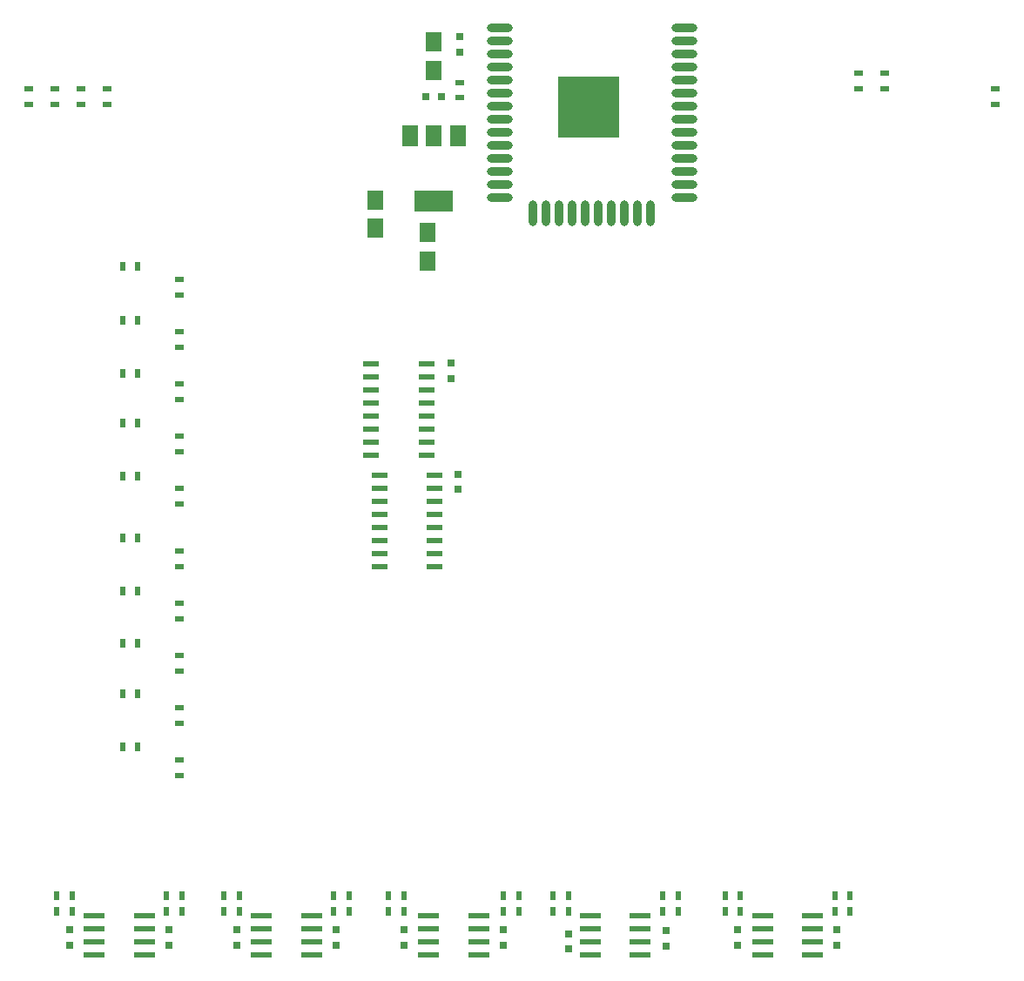
<source format=gbr>
G04 #@! TF.GenerationSoftware,KiCad,Pcbnew,6.0.0-rc1-unknown-59b0f55~66~ubuntu18.04.1*
G04 #@! TF.CreationDate,2018-12-02T19:46:27+01:00
G04 #@! TF.ProjectId,FloorHeatingCentral,466c6f6f-7248-4656-9174-696e6743656e,rev?*
G04 #@! TF.SameCoordinates,Original*
G04 #@! TF.FileFunction,Paste,Top*
G04 #@! TF.FilePolarity,Positive*
%FSLAX46Y46*%
G04 Gerber Fmt 4.6, Leading zero omitted, Abs format (unit mm)*
G04 Created by KiCad (PCBNEW 6.0.0-rc1-unknown-59b0f55~66~ubuntu18.04.1) date So 02 Dez 2018 19:46:27 CET*
%MOMM*%
%LPD*%
G01*
G04 APERTURE LIST*
%ADD10R,0.500000X0.900000*%
%ADD11R,2.000000X0.600000*%
%ADD12R,0.750000X0.800000*%
%ADD13R,3.800000X2.000000*%
%ADD14R,1.500000X2.000000*%
%ADD15R,0.900000X0.500000*%
%ADD16R,1.500000X1.950000*%
%ADD17R,0.800000X0.750000*%
%ADD18O,2.500000X0.900000*%
%ADD19O,0.900000X2.500000*%
%ADD20R,6.000000X6.000000*%
%ADD21R,1.550000X0.600000*%
G04 APERTURE END LIST*
D10*
G04 #@! TO.C,R48*
X115350000Y-121690000D03*
X113850000Y-121690000D03*
G04 #@! TD*
G04 #@! TO.C,R47*
X115350000Y-116498888D03*
X113850000Y-116498888D03*
G04 #@! TD*
G04 #@! TO.C,R46*
X115350000Y-111600000D03*
X113850000Y-111600000D03*
G04 #@! TD*
G04 #@! TO.C,R45*
X115350000Y-106516666D03*
X113850000Y-106516666D03*
G04 #@! TD*
G04 #@! TO.C,R44*
X115350000Y-101325555D03*
X113850000Y-101325555D03*
G04 #@! TD*
G04 #@! TO.C,R43*
X115350000Y-95334444D03*
X113850000Y-95334444D03*
G04 #@! TD*
G04 #@! TO.C,R42*
X115350000Y-90143333D03*
X113850000Y-90143333D03*
G04 #@! TD*
G04 #@! TO.C,R41*
X115350000Y-85352222D03*
X113850000Y-85352222D03*
G04 #@! TD*
G04 #@! TO.C,R40*
X115350000Y-80161111D03*
X113850000Y-80161111D03*
G04 #@! TD*
G04 #@! TO.C,R39*
X115350000Y-74970000D03*
X113850000Y-74970000D03*
G04 #@! TD*
D11*
G04 #@! TO.C,U2*
X116020000Y-141875000D03*
X116020000Y-140605000D03*
X116020000Y-138065000D03*
X111120000Y-138065000D03*
X111120000Y-139335000D03*
X111120000Y-140605000D03*
X111120000Y-141875000D03*
X116020000Y-139335000D03*
G04 #@! TD*
D12*
G04 #@! TO.C,C17*
X145810000Y-84340000D03*
X145810000Y-85840000D03*
G04 #@! TD*
G04 #@! TO.C,C16*
X146445000Y-95135000D03*
X146445000Y-96635000D03*
G04 #@! TD*
D13*
G04 #@! TO.C,U10*
X144145000Y-68555000D03*
D14*
X144145000Y-62255000D03*
X141845000Y-62255000D03*
X146445000Y-62255000D03*
G04 #@! TD*
D15*
G04 #@! TO.C,R38*
X104775000Y-59170000D03*
X104775000Y-57670000D03*
G04 #@! TD*
G04 #@! TO.C,R37*
X107315000Y-59170000D03*
X107315000Y-57670000D03*
G04 #@! TD*
G04 #@! TO.C,R36*
X109855000Y-59170000D03*
X109855000Y-57670000D03*
G04 #@! TD*
G04 #@! TO.C,R35*
X112395000Y-59170000D03*
X112395000Y-57670000D03*
G04 #@! TD*
D16*
G04 #@! TO.C,C15*
X143510000Y-71650000D03*
X143510000Y-74400000D03*
G04 #@! TD*
G04 #@! TO.C,C14*
X138430000Y-68475000D03*
X138430000Y-71225000D03*
G04 #@! TD*
D17*
G04 #@! TO.C,C1*
X144895000Y-58420000D03*
X143395000Y-58420000D03*
G04 #@! TD*
D16*
G04 #@! TO.C,C2*
X144145000Y-53130000D03*
X144145000Y-55880000D03*
G04 #@! TD*
D12*
G04 #@! TO.C,C3*
X146685000Y-52590000D03*
X146685000Y-54090000D03*
G04 #@! TD*
D15*
G04 #@! TO.C,R1*
X146685000Y-57035000D03*
X146685000Y-58535000D03*
G04 #@! TD*
G04 #@! TO.C,R2*
X198755000Y-57670000D03*
X198755000Y-59170000D03*
G04 #@! TD*
G04 #@! TO.C,R3*
X185420000Y-57646000D03*
X185420000Y-56146000D03*
G04 #@! TD*
G04 #@! TO.C,R4*
X187960000Y-56146000D03*
X187960000Y-57646000D03*
G04 #@! TD*
G04 #@! TO.C,R5*
X119380000Y-76220000D03*
X119380000Y-77720000D03*
G04 #@! TD*
G04 #@! TO.C,R6*
X119380000Y-82800000D03*
X119380000Y-81300000D03*
G04 #@! TD*
G04 #@! TO.C,R7*
X119380000Y-86380000D03*
X119380000Y-87880000D03*
G04 #@! TD*
G04 #@! TO.C,R8*
X119380000Y-91460000D03*
X119380000Y-92960000D03*
G04 #@! TD*
G04 #@! TO.C,R9*
X119380000Y-96540000D03*
X119380000Y-98040000D03*
G04 #@! TD*
G04 #@! TO.C,R10*
X119380000Y-102620000D03*
X119380000Y-104120000D03*
G04 #@! TD*
G04 #@! TO.C,R11*
X119380000Y-107700000D03*
X119380000Y-109200000D03*
G04 #@! TD*
G04 #@! TO.C,R12*
X119380000Y-112780000D03*
X119380000Y-114280000D03*
G04 #@! TD*
G04 #@! TO.C,R13*
X119380000Y-117860000D03*
X119380000Y-119360000D03*
G04 #@! TD*
G04 #@! TO.C,R14*
X119380000Y-124440000D03*
X119380000Y-122940000D03*
G04 #@! TD*
D10*
G04 #@! TO.C,R15*
X119654000Y-137684000D03*
X118154000Y-137684000D03*
G04 #@! TD*
G04 #@! TO.C,R16*
X119654000Y-136160000D03*
X118154000Y-136160000D03*
G04 #@! TD*
G04 #@! TO.C,R17*
X107486000Y-137684000D03*
X108986000Y-137684000D03*
G04 #@! TD*
G04 #@! TO.C,R18*
X108986000Y-136160000D03*
X107486000Y-136160000D03*
G04 #@! TD*
G04 #@! TO.C,R19*
X135894000Y-137684000D03*
X134394000Y-137684000D03*
G04 #@! TD*
G04 #@! TO.C,R20*
X135894000Y-136160000D03*
X134394000Y-136160000D03*
G04 #@! TD*
G04 #@! TO.C,R21*
X123726000Y-137684000D03*
X125226000Y-137684000D03*
G04 #@! TD*
G04 #@! TO.C,R22*
X123726000Y-136160000D03*
X125226000Y-136160000D03*
G04 #@! TD*
G04 #@! TO.C,R23*
X152388000Y-137684000D03*
X150888000Y-137684000D03*
G04 #@! TD*
G04 #@! TO.C,R24*
X152388000Y-136160000D03*
X150888000Y-136160000D03*
G04 #@! TD*
G04 #@! TO.C,R25*
X139712000Y-137684000D03*
X141212000Y-137684000D03*
G04 #@! TD*
G04 #@! TO.C,R26*
X139712000Y-136160000D03*
X141212000Y-136160000D03*
G04 #@! TD*
G04 #@! TO.C,R27*
X167866000Y-137684000D03*
X166366000Y-137684000D03*
G04 #@! TD*
G04 #@! TO.C,R28*
X167866000Y-136160000D03*
X166366000Y-136160000D03*
G04 #@! TD*
G04 #@! TO.C,R29*
X155698000Y-137684000D03*
X157198000Y-137684000D03*
G04 #@! TD*
G04 #@! TO.C,R30*
X155698000Y-136160000D03*
X157198000Y-136160000D03*
G04 #@! TD*
G04 #@! TO.C,R31*
X183114000Y-137684000D03*
X184614000Y-137684000D03*
G04 #@! TD*
G04 #@! TO.C,R32*
X184614000Y-136160000D03*
X183114000Y-136160000D03*
G04 #@! TD*
G04 #@! TO.C,R33*
X173946000Y-137684000D03*
X172446000Y-137684000D03*
G04 #@! TD*
G04 #@! TO.C,R34*
X173946000Y-136160000D03*
X172446000Y-136160000D03*
G04 #@! TD*
D18*
G04 #@! TO.C,U1*
X168525000Y-51750000D03*
X168525000Y-53020000D03*
X168525000Y-54290000D03*
X168525000Y-55560000D03*
X168525000Y-56830000D03*
X168525000Y-58100000D03*
X168525000Y-59370000D03*
X168525000Y-60640000D03*
X168525000Y-61910000D03*
X168525000Y-63180000D03*
X168525000Y-64450000D03*
X168525000Y-65720000D03*
X168525000Y-66990000D03*
X168525000Y-68260000D03*
D19*
X165240000Y-69750000D03*
X163970000Y-69750000D03*
X162700000Y-69750000D03*
X161430000Y-69750000D03*
X160160000Y-69750000D03*
X158890000Y-69750000D03*
X157620000Y-69750000D03*
X156350000Y-69750000D03*
X155080000Y-69750000D03*
X153810000Y-69750000D03*
D18*
X150525000Y-68260000D03*
X150525000Y-66990000D03*
X150525000Y-65720000D03*
X150525000Y-64450000D03*
X150525000Y-63180000D03*
X150525000Y-61910000D03*
X150525000Y-60640000D03*
X150525000Y-59370000D03*
X150525000Y-58100000D03*
X150525000Y-56830000D03*
X150525000Y-55560000D03*
X150525000Y-54290000D03*
X150525000Y-53020000D03*
X150525000Y-51750000D03*
D20*
X159225000Y-59450000D03*
G04 #@! TD*
D11*
G04 #@! TO.C,U3*
X132260000Y-141875000D03*
X132260000Y-140605000D03*
X132260000Y-138065000D03*
X127360000Y-138065000D03*
X127360000Y-139335000D03*
X127360000Y-140605000D03*
X127360000Y-141875000D03*
X132260000Y-139335000D03*
G04 #@! TD*
G04 #@! TO.C,U4*
X148500000Y-139335000D03*
X143600000Y-141875000D03*
X143600000Y-140605000D03*
X143600000Y-139335000D03*
X143600000Y-138065000D03*
X148500000Y-138065000D03*
X148500000Y-140605000D03*
X148500000Y-141875000D03*
G04 #@! TD*
G04 #@! TO.C,U5*
X164223288Y-141875000D03*
X164223288Y-140605000D03*
X164223288Y-138065000D03*
X159323288Y-138065000D03*
X159323288Y-139335000D03*
X159323288Y-140605000D03*
X159323288Y-141875000D03*
X164223288Y-139335000D03*
G04 #@! TD*
G04 #@! TO.C,U6*
X180980000Y-141875000D03*
X180980000Y-140605000D03*
X180980000Y-138065000D03*
X176080000Y-138065000D03*
X176080000Y-139335000D03*
X176080000Y-140605000D03*
X176080000Y-141875000D03*
X180980000Y-139335000D03*
G04 #@! TD*
D21*
G04 #@! TO.C,U7*
X138030000Y-84455000D03*
X138030000Y-85725000D03*
X138030000Y-86995000D03*
X138030000Y-88265000D03*
X138030000Y-89535000D03*
X138030000Y-90805000D03*
X138030000Y-92075000D03*
X138030000Y-93345000D03*
X143430000Y-93345000D03*
X143430000Y-92075000D03*
X143430000Y-90805000D03*
X143430000Y-89535000D03*
X143430000Y-88265000D03*
X143430000Y-86995000D03*
X143430000Y-85725000D03*
X143430000Y-84455000D03*
G04 #@! TD*
G04 #@! TO.C,U8*
X144225000Y-95250000D03*
X144225000Y-96520000D03*
X144225000Y-97790000D03*
X144225000Y-99060000D03*
X144225000Y-100330000D03*
X144225000Y-101600000D03*
X144225000Y-102870000D03*
X144225000Y-104140000D03*
X138825000Y-104140000D03*
X138825000Y-102870000D03*
X138825000Y-101600000D03*
X138825000Y-100330000D03*
X138825000Y-99060000D03*
X138825000Y-97790000D03*
X138825000Y-96520000D03*
X138825000Y-95250000D03*
G04 #@! TD*
D12*
G04 #@! TO.C,C4*
X118396000Y-139474000D03*
X118396000Y-140974000D03*
G04 #@! TD*
G04 #@! TO.C,C5*
X108744000Y-139474000D03*
X108744000Y-140974000D03*
G04 #@! TD*
G04 #@! TO.C,C6*
X134636000Y-140974000D03*
X134636000Y-139474000D03*
G04 #@! TD*
G04 #@! TO.C,C7*
X124984000Y-140974000D03*
X124984000Y-139474000D03*
G04 #@! TD*
G04 #@! TO.C,C8*
X150876000Y-140974000D03*
X150876000Y-139474000D03*
G04 #@! TD*
G04 #@! TO.C,C9*
X141224000Y-140974000D03*
X141224000Y-139474000D03*
G04 #@! TD*
G04 #@! TO.C,C10*
X166735000Y-141050000D03*
X166735000Y-139550000D03*
G04 #@! TD*
G04 #@! TO.C,C11*
X157210000Y-141355000D03*
X157210000Y-139855000D03*
G04 #@! TD*
G04 #@! TO.C,C12*
X183356000Y-140974000D03*
X183356000Y-139474000D03*
G04 #@! TD*
G04 #@! TO.C,C13*
X173704000Y-140974000D03*
X173704000Y-139474000D03*
G04 #@! TD*
M02*

</source>
